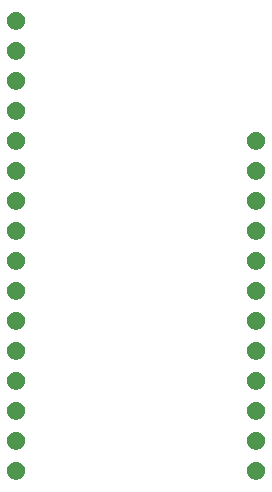
<source format=gbr>
G04 #@! TF.GenerationSoftware,KiCad,Pcbnew,(5.0.2)-1*
G04 #@! TF.CreationDate,2019-04-15T21:18:57-07:00*
G04 #@! TF.ProjectId,D52M Feather Wing,4435324d-2046-4656-9174-686572205769,rev?*
G04 #@! TF.SameCoordinates,Original*
G04 #@! TF.FileFunction,Soldermask,Bot*
G04 #@! TF.FilePolarity,Negative*
%FSLAX46Y46*%
G04 Gerber Fmt 4.6, Leading zero omitted, Abs format (unit mm)*
G04 Created by KiCad (PCBNEW (5.0.2)-1) date 2019-04-15 9:18:57 PM*
%MOMM*%
%LPD*%
G01*
G04 APERTURE LIST*
%ADD10C,0.100000*%
G04 APERTURE END LIST*
D10*
G36*
X10333195Y3282478D02*
X10382267Y3272717D01*
X10520942Y3215276D01*
X10645750Y3131882D01*
X10751882Y3025750D01*
X10835276Y2900942D01*
X10892717Y2762266D01*
X10922000Y2615052D01*
X10922000Y2464948D01*
X10892717Y2317734D01*
X10835276Y2179058D01*
X10751882Y2054250D01*
X10645750Y1948118D01*
X10645747Y1948116D01*
X10520942Y1864724D01*
X10382267Y1807283D01*
X10333195Y1797522D01*
X10235052Y1778000D01*
X10084948Y1778000D01*
X9986805Y1797522D01*
X9937733Y1807283D01*
X9799058Y1864724D01*
X9674253Y1948116D01*
X9674250Y1948118D01*
X9568118Y2054250D01*
X9484724Y2179058D01*
X9427283Y2317734D01*
X9398000Y2464948D01*
X9398000Y2615052D01*
X9427283Y2762266D01*
X9484724Y2900942D01*
X9568118Y3025750D01*
X9674250Y3131882D01*
X9799058Y3215276D01*
X9937733Y3272717D01*
X9986805Y3282478D01*
X10084948Y3302000D01*
X10235052Y3302000D01*
X10333195Y3282478D01*
X10333195Y3282478D01*
G37*
G36*
X-9986805Y3282478D02*
X-9937733Y3272717D01*
X-9799058Y3215276D01*
X-9674250Y3131882D01*
X-9568118Y3025750D01*
X-9484724Y2900942D01*
X-9427283Y2762266D01*
X-9398000Y2615052D01*
X-9398000Y2464948D01*
X-9427283Y2317734D01*
X-9484724Y2179058D01*
X-9568118Y2054250D01*
X-9674250Y1948118D01*
X-9674253Y1948116D01*
X-9799058Y1864724D01*
X-9937733Y1807283D01*
X-9986805Y1797522D01*
X-10084948Y1778000D01*
X-10235052Y1778000D01*
X-10333195Y1797522D01*
X-10382267Y1807283D01*
X-10520942Y1864724D01*
X-10645747Y1948116D01*
X-10645750Y1948118D01*
X-10751882Y2054250D01*
X-10835276Y2179058D01*
X-10892717Y2317734D01*
X-10922000Y2464948D01*
X-10922000Y2615052D01*
X-10892717Y2762266D01*
X-10835276Y2900942D01*
X-10751882Y3025750D01*
X-10645750Y3131882D01*
X-10520942Y3215276D01*
X-10382267Y3272717D01*
X-10333195Y3282478D01*
X-10235052Y3302000D01*
X-10084948Y3302000D01*
X-9986805Y3282478D01*
X-9986805Y3282478D01*
G37*
G36*
X-9986805Y5822478D02*
X-9937733Y5812717D01*
X-9799058Y5755276D01*
X-9674250Y5671882D01*
X-9568118Y5565750D01*
X-9484724Y5440942D01*
X-9427283Y5302266D01*
X-9398000Y5155052D01*
X-9398000Y5004948D01*
X-9427283Y4857734D01*
X-9484724Y4719058D01*
X-9568118Y4594250D01*
X-9674250Y4488118D01*
X-9674253Y4488116D01*
X-9799058Y4404724D01*
X-9937733Y4347283D01*
X-9986805Y4337522D01*
X-10084948Y4318000D01*
X-10235052Y4318000D01*
X-10333195Y4337522D01*
X-10382267Y4347283D01*
X-10520942Y4404724D01*
X-10645747Y4488116D01*
X-10645750Y4488118D01*
X-10751882Y4594250D01*
X-10835276Y4719058D01*
X-10892717Y4857734D01*
X-10922000Y5004948D01*
X-10922000Y5155052D01*
X-10892717Y5302266D01*
X-10835276Y5440942D01*
X-10751882Y5565750D01*
X-10645750Y5671882D01*
X-10520942Y5755276D01*
X-10382267Y5812717D01*
X-10333195Y5822478D01*
X-10235052Y5842000D01*
X-10084948Y5842000D01*
X-9986805Y5822478D01*
X-9986805Y5822478D01*
G37*
G36*
X10333195Y5822478D02*
X10382267Y5812717D01*
X10520942Y5755276D01*
X10645750Y5671882D01*
X10751882Y5565750D01*
X10835276Y5440942D01*
X10892717Y5302266D01*
X10922000Y5155052D01*
X10922000Y5004948D01*
X10892717Y4857734D01*
X10835276Y4719058D01*
X10751882Y4594250D01*
X10645750Y4488118D01*
X10645747Y4488116D01*
X10520942Y4404724D01*
X10382267Y4347283D01*
X10333195Y4337522D01*
X10235052Y4318000D01*
X10084948Y4318000D01*
X9986805Y4337522D01*
X9937733Y4347283D01*
X9799058Y4404724D01*
X9674253Y4488116D01*
X9674250Y4488118D01*
X9568118Y4594250D01*
X9484724Y4719058D01*
X9427283Y4857734D01*
X9398000Y5004948D01*
X9398000Y5155052D01*
X9427283Y5302266D01*
X9484724Y5440942D01*
X9568118Y5565750D01*
X9674250Y5671882D01*
X9799058Y5755276D01*
X9937733Y5812717D01*
X9986805Y5822478D01*
X10084948Y5842000D01*
X10235052Y5842000D01*
X10333195Y5822478D01*
X10333195Y5822478D01*
G37*
G36*
X10333195Y8362478D02*
X10382267Y8352717D01*
X10520942Y8295276D01*
X10645750Y8211882D01*
X10751882Y8105750D01*
X10835276Y7980942D01*
X10892717Y7842266D01*
X10922000Y7695052D01*
X10922000Y7544948D01*
X10892717Y7397734D01*
X10835276Y7259058D01*
X10751882Y7134250D01*
X10645750Y7028118D01*
X10645747Y7028116D01*
X10520942Y6944724D01*
X10382267Y6887283D01*
X10333195Y6877522D01*
X10235052Y6858000D01*
X10084948Y6858000D01*
X9986805Y6877522D01*
X9937733Y6887283D01*
X9799058Y6944724D01*
X9674253Y7028116D01*
X9674250Y7028118D01*
X9568118Y7134250D01*
X9484724Y7259058D01*
X9427283Y7397734D01*
X9398000Y7544948D01*
X9398000Y7695052D01*
X9427283Y7842266D01*
X9484724Y7980942D01*
X9568118Y8105750D01*
X9674250Y8211882D01*
X9799058Y8295276D01*
X9937733Y8352717D01*
X9986805Y8362478D01*
X10084948Y8382000D01*
X10235052Y8382000D01*
X10333195Y8362478D01*
X10333195Y8362478D01*
G37*
G36*
X-9986805Y8362478D02*
X-9937733Y8352717D01*
X-9799058Y8295276D01*
X-9674250Y8211882D01*
X-9568118Y8105750D01*
X-9484724Y7980942D01*
X-9427283Y7842266D01*
X-9398000Y7695052D01*
X-9398000Y7544948D01*
X-9427283Y7397734D01*
X-9484724Y7259058D01*
X-9568118Y7134250D01*
X-9674250Y7028118D01*
X-9674253Y7028116D01*
X-9799058Y6944724D01*
X-9937733Y6887283D01*
X-9986805Y6877522D01*
X-10084948Y6858000D01*
X-10235052Y6858000D01*
X-10333195Y6877522D01*
X-10382267Y6887283D01*
X-10520942Y6944724D01*
X-10645747Y7028116D01*
X-10645750Y7028118D01*
X-10751882Y7134250D01*
X-10835276Y7259058D01*
X-10892717Y7397734D01*
X-10922000Y7544948D01*
X-10922000Y7695052D01*
X-10892717Y7842266D01*
X-10835276Y7980942D01*
X-10751882Y8105750D01*
X-10645750Y8211882D01*
X-10520942Y8295276D01*
X-10382267Y8352717D01*
X-10333195Y8362478D01*
X-10235052Y8382000D01*
X-10084948Y8382000D01*
X-9986805Y8362478D01*
X-9986805Y8362478D01*
G37*
G36*
X10333195Y10902478D02*
X10382267Y10892717D01*
X10520942Y10835276D01*
X10645750Y10751882D01*
X10751882Y10645750D01*
X10835276Y10520942D01*
X10892717Y10382266D01*
X10922000Y10235052D01*
X10922000Y10084948D01*
X10892717Y9937734D01*
X10835276Y9799058D01*
X10751882Y9674250D01*
X10645750Y9568118D01*
X10645747Y9568116D01*
X10520942Y9484724D01*
X10382267Y9427283D01*
X10333195Y9417522D01*
X10235052Y9398000D01*
X10084948Y9398000D01*
X9986805Y9417522D01*
X9937733Y9427283D01*
X9799058Y9484724D01*
X9674253Y9568116D01*
X9674250Y9568118D01*
X9568118Y9674250D01*
X9484724Y9799058D01*
X9427283Y9937734D01*
X9398000Y10084948D01*
X9398000Y10235052D01*
X9427283Y10382266D01*
X9484724Y10520942D01*
X9568118Y10645750D01*
X9674250Y10751882D01*
X9799058Y10835276D01*
X9937733Y10892717D01*
X9986805Y10902478D01*
X10084948Y10922000D01*
X10235052Y10922000D01*
X10333195Y10902478D01*
X10333195Y10902478D01*
G37*
G36*
X-9986805Y10902478D02*
X-9937733Y10892717D01*
X-9799058Y10835276D01*
X-9674250Y10751882D01*
X-9568118Y10645750D01*
X-9484724Y10520942D01*
X-9427283Y10382266D01*
X-9398000Y10235052D01*
X-9398000Y10084948D01*
X-9427283Y9937734D01*
X-9484724Y9799058D01*
X-9568118Y9674250D01*
X-9674250Y9568118D01*
X-9674253Y9568116D01*
X-9799058Y9484724D01*
X-9937733Y9427283D01*
X-9986805Y9417522D01*
X-10084948Y9398000D01*
X-10235052Y9398000D01*
X-10333195Y9417522D01*
X-10382267Y9427283D01*
X-10520942Y9484724D01*
X-10645747Y9568116D01*
X-10645750Y9568118D01*
X-10751882Y9674250D01*
X-10835276Y9799058D01*
X-10892717Y9937734D01*
X-10922000Y10084948D01*
X-10922000Y10235052D01*
X-10892717Y10382266D01*
X-10835276Y10520942D01*
X-10751882Y10645750D01*
X-10645750Y10751882D01*
X-10520942Y10835276D01*
X-10382267Y10892717D01*
X-10333195Y10902478D01*
X-10235052Y10922000D01*
X-10084948Y10922000D01*
X-9986805Y10902478D01*
X-9986805Y10902478D01*
G37*
G36*
X-9986805Y13442478D02*
X-9937733Y13432717D01*
X-9799058Y13375276D01*
X-9674250Y13291882D01*
X-9568118Y13185750D01*
X-9484724Y13060942D01*
X-9427283Y12922266D01*
X-9398000Y12775052D01*
X-9398000Y12624948D01*
X-9427283Y12477734D01*
X-9484724Y12339058D01*
X-9568118Y12214250D01*
X-9674250Y12108118D01*
X-9674253Y12108116D01*
X-9799058Y12024724D01*
X-9937733Y11967283D01*
X-9986805Y11957522D01*
X-10084948Y11938000D01*
X-10235052Y11938000D01*
X-10333195Y11957522D01*
X-10382267Y11967283D01*
X-10520942Y12024724D01*
X-10645747Y12108116D01*
X-10645750Y12108118D01*
X-10751882Y12214250D01*
X-10835276Y12339058D01*
X-10892717Y12477734D01*
X-10922000Y12624948D01*
X-10922000Y12775052D01*
X-10892717Y12922266D01*
X-10835276Y13060942D01*
X-10751882Y13185750D01*
X-10645750Y13291882D01*
X-10520942Y13375276D01*
X-10382267Y13432717D01*
X-10333195Y13442478D01*
X-10235052Y13462000D01*
X-10084948Y13462000D01*
X-9986805Y13442478D01*
X-9986805Y13442478D01*
G37*
G36*
X10333195Y13442478D02*
X10382267Y13432717D01*
X10520942Y13375276D01*
X10645750Y13291882D01*
X10751882Y13185750D01*
X10835276Y13060942D01*
X10892717Y12922266D01*
X10922000Y12775052D01*
X10922000Y12624948D01*
X10892717Y12477734D01*
X10835276Y12339058D01*
X10751882Y12214250D01*
X10645750Y12108118D01*
X10645747Y12108116D01*
X10520942Y12024724D01*
X10382267Y11967283D01*
X10333195Y11957522D01*
X10235052Y11938000D01*
X10084948Y11938000D01*
X9986805Y11957522D01*
X9937733Y11967283D01*
X9799058Y12024724D01*
X9674253Y12108116D01*
X9674250Y12108118D01*
X9568118Y12214250D01*
X9484724Y12339058D01*
X9427283Y12477734D01*
X9398000Y12624948D01*
X9398000Y12775052D01*
X9427283Y12922266D01*
X9484724Y13060942D01*
X9568118Y13185750D01*
X9674250Y13291882D01*
X9799058Y13375276D01*
X9937733Y13432717D01*
X9986805Y13442478D01*
X10084948Y13462000D01*
X10235052Y13462000D01*
X10333195Y13442478D01*
X10333195Y13442478D01*
G37*
G36*
X-9986805Y15982478D02*
X-9937733Y15972717D01*
X-9799058Y15915276D01*
X-9674250Y15831882D01*
X-9568118Y15725750D01*
X-9484724Y15600942D01*
X-9427283Y15462266D01*
X-9398000Y15315052D01*
X-9398000Y15164948D01*
X-9427283Y15017734D01*
X-9484724Y14879058D01*
X-9568118Y14754250D01*
X-9674250Y14648118D01*
X-9674253Y14648116D01*
X-9799058Y14564724D01*
X-9937733Y14507283D01*
X-9986805Y14497522D01*
X-10084948Y14478000D01*
X-10235052Y14478000D01*
X-10333195Y14497522D01*
X-10382267Y14507283D01*
X-10520942Y14564724D01*
X-10645747Y14648116D01*
X-10645750Y14648118D01*
X-10751882Y14754250D01*
X-10835276Y14879058D01*
X-10892717Y15017734D01*
X-10922000Y15164948D01*
X-10922000Y15315052D01*
X-10892717Y15462266D01*
X-10835276Y15600942D01*
X-10751882Y15725750D01*
X-10645750Y15831882D01*
X-10520942Y15915276D01*
X-10382267Y15972717D01*
X-10333195Y15982478D01*
X-10235052Y16002000D01*
X-10084948Y16002000D01*
X-9986805Y15982478D01*
X-9986805Y15982478D01*
G37*
G36*
X10333195Y15982478D02*
X10382267Y15972717D01*
X10520942Y15915276D01*
X10645750Y15831882D01*
X10751882Y15725750D01*
X10835276Y15600942D01*
X10892717Y15462266D01*
X10922000Y15315052D01*
X10922000Y15164948D01*
X10892717Y15017734D01*
X10835276Y14879058D01*
X10751882Y14754250D01*
X10645750Y14648118D01*
X10645747Y14648116D01*
X10520942Y14564724D01*
X10382267Y14507283D01*
X10333195Y14497522D01*
X10235052Y14478000D01*
X10084948Y14478000D01*
X9986805Y14497522D01*
X9937733Y14507283D01*
X9799058Y14564724D01*
X9674253Y14648116D01*
X9674250Y14648118D01*
X9568118Y14754250D01*
X9484724Y14879058D01*
X9427283Y15017734D01*
X9398000Y15164948D01*
X9398000Y15315052D01*
X9427283Y15462266D01*
X9484724Y15600942D01*
X9568118Y15725750D01*
X9674250Y15831882D01*
X9799058Y15915276D01*
X9937733Y15972717D01*
X9986805Y15982478D01*
X10084948Y16002000D01*
X10235052Y16002000D01*
X10333195Y15982478D01*
X10333195Y15982478D01*
G37*
G36*
X10333195Y18522478D02*
X10382267Y18512717D01*
X10520942Y18455276D01*
X10645750Y18371882D01*
X10751882Y18265750D01*
X10835276Y18140942D01*
X10892717Y18002266D01*
X10922000Y17855052D01*
X10922000Y17704948D01*
X10892717Y17557734D01*
X10835276Y17419058D01*
X10751882Y17294250D01*
X10645750Y17188118D01*
X10645747Y17188116D01*
X10520942Y17104724D01*
X10382267Y17047283D01*
X10333195Y17037522D01*
X10235052Y17018000D01*
X10084948Y17018000D01*
X9986805Y17037522D01*
X9937733Y17047283D01*
X9799058Y17104724D01*
X9674253Y17188116D01*
X9674250Y17188118D01*
X9568118Y17294250D01*
X9484724Y17419058D01*
X9427283Y17557734D01*
X9398000Y17704948D01*
X9398000Y17855052D01*
X9427283Y18002266D01*
X9484724Y18140942D01*
X9568118Y18265750D01*
X9674250Y18371882D01*
X9799058Y18455276D01*
X9937733Y18512717D01*
X9986805Y18522478D01*
X10084948Y18542000D01*
X10235052Y18542000D01*
X10333195Y18522478D01*
X10333195Y18522478D01*
G37*
G36*
X-9986805Y18522478D02*
X-9937733Y18512717D01*
X-9799058Y18455276D01*
X-9674250Y18371882D01*
X-9568118Y18265750D01*
X-9484724Y18140942D01*
X-9427283Y18002266D01*
X-9398000Y17855052D01*
X-9398000Y17704948D01*
X-9427283Y17557734D01*
X-9484724Y17419058D01*
X-9568118Y17294250D01*
X-9674250Y17188118D01*
X-9674253Y17188116D01*
X-9799058Y17104724D01*
X-9937733Y17047283D01*
X-9986805Y17037522D01*
X-10084948Y17018000D01*
X-10235052Y17018000D01*
X-10333195Y17037522D01*
X-10382267Y17047283D01*
X-10520942Y17104724D01*
X-10645747Y17188116D01*
X-10645750Y17188118D01*
X-10751882Y17294250D01*
X-10835276Y17419058D01*
X-10892717Y17557734D01*
X-10922000Y17704948D01*
X-10922000Y17855052D01*
X-10892717Y18002266D01*
X-10835276Y18140942D01*
X-10751882Y18265750D01*
X-10645750Y18371882D01*
X-10520942Y18455276D01*
X-10382267Y18512717D01*
X-10333195Y18522478D01*
X-10235052Y18542000D01*
X-10084948Y18542000D01*
X-9986805Y18522478D01*
X-9986805Y18522478D01*
G37*
G36*
X-9986805Y21062478D02*
X-9937733Y21052717D01*
X-9799058Y20995276D01*
X-9674250Y20911882D01*
X-9568118Y20805750D01*
X-9484724Y20680942D01*
X-9427283Y20542266D01*
X-9398000Y20395052D01*
X-9398000Y20244948D01*
X-9427283Y20097734D01*
X-9484724Y19959058D01*
X-9568118Y19834250D01*
X-9674250Y19728118D01*
X-9674253Y19728116D01*
X-9799058Y19644724D01*
X-9937733Y19587283D01*
X-9986805Y19577522D01*
X-10084948Y19558000D01*
X-10235052Y19558000D01*
X-10333195Y19577522D01*
X-10382267Y19587283D01*
X-10520942Y19644724D01*
X-10645747Y19728116D01*
X-10645750Y19728118D01*
X-10751882Y19834250D01*
X-10835276Y19959058D01*
X-10892717Y20097734D01*
X-10922000Y20244948D01*
X-10922000Y20395052D01*
X-10892717Y20542266D01*
X-10835276Y20680942D01*
X-10751882Y20805750D01*
X-10645750Y20911882D01*
X-10520942Y20995276D01*
X-10382267Y21052717D01*
X-10333195Y21062478D01*
X-10235052Y21082000D01*
X-10084948Y21082000D01*
X-9986805Y21062478D01*
X-9986805Y21062478D01*
G37*
G36*
X10333195Y21062478D02*
X10382267Y21052717D01*
X10520942Y20995276D01*
X10645750Y20911882D01*
X10751882Y20805750D01*
X10835276Y20680942D01*
X10892717Y20542266D01*
X10922000Y20395052D01*
X10922000Y20244948D01*
X10892717Y20097734D01*
X10835276Y19959058D01*
X10751882Y19834250D01*
X10645750Y19728118D01*
X10645747Y19728116D01*
X10520942Y19644724D01*
X10382267Y19587283D01*
X10333195Y19577522D01*
X10235052Y19558000D01*
X10084948Y19558000D01*
X9986805Y19577522D01*
X9937733Y19587283D01*
X9799058Y19644724D01*
X9674253Y19728116D01*
X9674250Y19728118D01*
X9568118Y19834250D01*
X9484724Y19959058D01*
X9427283Y20097734D01*
X9398000Y20244948D01*
X9398000Y20395052D01*
X9427283Y20542266D01*
X9484724Y20680942D01*
X9568118Y20805750D01*
X9674250Y20911882D01*
X9799058Y20995276D01*
X9937733Y21052717D01*
X9986805Y21062478D01*
X10084948Y21082000D01*
X10235052Y21082000D01*
X10333195Y21062478D01*
X10333195Y21062478D01*
G37*
G36*
X10333195Y23602478D02*
X10382267Y23592717D01*
X10520942Y23535276D01*
X10645750Y23451882D01*
X10751882Y23345750D01*
X10835276Y23220942D01*
X10892717Y23082266D01*
X10922000Y22935052D01*
X10922000Y22784948D01*
X10892717Y22637734D01*
X10835276Y22499058D01*
X10751882Y22374250D01*
X10645750Y22268118D01*
X10645747Y22268116D01*
X10520942Y22184724D01*
X10382267Y22127283D01*
X10333195Y22117522D01*
X10235052Y22098000D01*
X10084948Y22098000D01*
X9986805Y22117522D01*
X9937733Y22127283D01*
X9799058Y22184724D01*
X9674253Y22268116D01*
X9674250Y22268118D01*
X9568118Y22374250D01*
X9484724Y22499058D01*
X9427283Y22637734D01*
X9398000Y22784948D01*
X9398000Y22935052D01*
X9427283Y23082266D01*
X9484724Y23220942D01*
X9568118Y23345750D01*
X9674250Y23451882D01*
X9799058Y23535276D01*
X9937733Y23592717D01*
X9986805Y23602478D01*
X10084948Y23622000D01*
X10235052Y23622000D01*
X10333195Y23602478D01*
X10333195Y23602478D01*
G37*
G36*
X-9986805Y23602478D02*
X-9937733Y23592717D01*
X-9799058Y23535276D01*
X-9674250Y23451882D01*
X-9568118Y23345750D01*
X-9484724Y23220942D01*
X-9427283Y23082266D01*
X-9398000Y22935052D01*
X-9398000Y22784948D01*
X-9427283Y22637734D01*
X-9484724Y22499058D01*
X-9568118Y22374250D01*
X-9674250Y22268118D01*
X-9674253Y22268116D01*
X-9799058Y22184724D01*
X-9937733Y22127283D01*
X-9986805Y22117522D01*
X-10084948Y22098000D01*
X-10235052Y22098000D01*
X-10333195Y22117522D01*
X-10382267Y22127283D01*
X-10520942Y22184724D01*
X-10645747Y22268116D01*
X-10645750Y22268118D01*
X-10751882Y22374250D01*
X-10835276Y22499058D01*
X-10892717Y22637734D01*
X-10922000Y22784948D01*
X-10922000Y22935052D01*
X-10892717Y23082266D01*
X-10835276Y23220942D01*
X-10751882Y23345750D01*
X-10645750Y23451882D01*
X-10520942Y23535276D01*
X-10382267Y23592717D01*
X-10333195Y23602478D01*
X-10235052Y23622000D01*
X-10084948Y23622000D01*
X-9986805Y23602478D01*
X-9986805Y23602478D01*
G37*
G36*
X-9986805Y26142478D02*
X-9937733Y26132717D01*
X-9799058Y26075276D01*
X-9674250Y25991882D01*
X-9568118Y25885750D01*
X-9484724Y25760942D01*
X-9427283Y25622266D01*
X-9398000Y25475052D01*
X-9398000Y25324948D01*
X-9427283Y25177734D01*
X-9484724Y25039058D01*
X-9568118Y24914250D01*
X-9674250Y24808118D01*
X-9674253Y24808116D01*
X-9799058Y24724724D01*
X-9937733Y24667283D01*
X-9986805Y24657522D01*
X-10084948Y24638000D01*
X-10235052Y24638000D01*
X-10333195Y24657522D01*
X-10382267Y24667283D01*
X-10520942Y24724724D01*
X-10645747Y24808116D01*
X-10645750Y24808118D01*
X-10751882Y24914250D01*
X-10835276Y25039058D01*
X-10892717Y25177734D01*
X-10922000Y25324948D01*
X-10922000Y25475052D01*
X-10892717Y25622266D01*
X-10835276Y25760942D01*
X-10751882Y25885750D01*
X-10645750Y25991882D01*
X-10520942Y26075276D01*
X-10382267Y26132717D01*
X-10333195Y26142478D01*
X-10235052Y26162000D01*
X-10084948Y26162000D01*
X-9986805Y26142478D01*
X-9986805Y26142478D01*
G37*
G36*
X10333195Y26142478D02*
X10382267Y26132717D01*
X10520942Y26075276D01*
X10645750Y25991882D01*
X10751882Y25885750D01*
X10835276Y25760942D01*
X10892717Y25622266D01*
X10922000Y25475052D01*
X10922000Y25324948D01*
X10892717Y25177734D01*
X10835276Y25039058D01*
X10751882Y24914250D01*
X10645750Y24808118D01*
X10645747Y24808116D01*
X10520942Y24724724D01*
X10382267Y24667283D01*
X10333195Y24657522D01*
X10235052Y24638000D01*
X10084948Y24638000D01*
X9986805Y24657522D01*
X9937733Y24667283D01*
X9799058Y24724724D01*
X9674253Y24808116D01*
X9674250Y24808118D01*
X9568118Y24914250D01*
X9484724Y25039058D01*
X9427283Y25177734D01*
X9398000Y25324948D01*
X9398000Y25475052D01*
X9427283Y25622266D01*
X9484724Y25760942D01*
X9568118Y25885750D01*
X9674250Y25991882D01*
X9799058Y26075276D01*
X9937733Y26132717D01*
X9986805Y26142478D01*
X10084948Y26162000D01*
X10235052Y26162000D01*
X10333195Y26142478D01*
X10333195Y26142478D01*
G37*
G36*
X-9986805Y28682478D02*
X-9937733Y28672717D01*
X-9799058Y28615276D01*
X-9674250Y28531882D01*
X-9568118Y28425750D01*
X-9484724Y28300942D01*
X-9427283Y28162266D01*
X-9398000Y28015052D01*
X-9398000Y27864948D01*
X-9427283Y27717734D01*
X-9484724Y27579058D01*
X-9568118Y27454250D01*
X-9674250Y27348118D01*
X-9674253Y27348116D01*
X-9799058Y27264724D01*
X-9937733Y27207283D01*
X-9986805Y27197522D01*
X-10084948Y27178000D01*
X-10235052Y27178000D01*
X-10333195Y27197522D01*
X-10382267Y27207283D01*
X-10520942Y27264724D01*
X-10645747Y27348116D01*
X-10645750Y27348118D01*
X-10751882Y27454250D01*
X-10835276Y27579058D01*
X-10892717Y27717734D01*
X-10922000Y27864948D01*
X-10922000Y28015052D01*
X-10892717Y28162266D01*
X-10835276Y28300942D01*
X-10751882Y28425750D01*
X-10645750Y28531882D01*
X-10520942Y28615276D01*
X-10382267Y28672717D01*
X-10333195Y28682478D01*
X-10235052Y28702000D01*
X-10084948Y28702000D01*
X-9986805Y28682478D01*
X-9986805Y28682478D01*
G37*
G36*
X10333195Y28682478D02*
X10382267Y28672717D01*
X10520942Y28615276D01*
X10645750Y28531882D01*
X10751882Y28425750D01*
X10835276Y28300942D01*
X10892717Y28162266D01*
X10922000Y28015052D01*
X10922000Y27864948D01*
X10892717Y27717734D01*
X10835276Y27579058D01*
X10751882Y27454250D01*
X10645750Y27348118D01*
X10645747Y27348116D01*
X10520942Y27264724D01*
X10382267Y27207283D01*
X10333195Y27197522D01*
X10235052Y27178000D01*
X10084948Y27178000D01*
X9986805Y27197522D01*
X9937733Y27207283D01*
X9799058Y27264724D01*
X9674253Y27348116D01*
X9674250Y27348118D01*
X9568118Y27454250D01*
X9484724Y27579058D01*
X9427283Y27717734D01*
X9398000Y27864948D01*
X9398000Y28015052D01*
X9427283Y28162266D01*
X9484724Y28300942D01*
X9568118Y28425750D01*
X9674250Y28531882D01*
X9799058Y28615276D01*
X9937733Y28672717D01*
X9986805Y28682478D01*
X10084948Y28702000D01*
X10235052Y28702000D01*
X10333195Y28682478D01*
X10333195Y28682478D01*
G37*
G36*
X10333195Y31222478D02*
X10382267Y31212717D01*
X10520942Y31155276D01*
X10645750Y31071882D01*
X10751882Y30965750D01*
X10835276Y30840942D01*
X10892717Y30702266D01*
X10922000Y30555052D01*
X10922000Y30404948D01*
X10892717Y30257734D01*
X10835276Y30119058D01*
X10751882Y29994250D01*
X10645750Y29888118D01*
X10645747Y29888116D01*
X10520942Y29804724D01*
X10382267Y29747283D01*
X10333195Y29737522D01*
X10235052Y29718000D01*
X10084948Y29718000D01*
X9986805Y29737522D01*
X9937733Y29747283D01*
X9799058Y29804724D01*
X9674253Y29888116D01*
X9674250Y29888118D01*
X9568118Y29994250D01*
X9484724Y30119058D01*
X9427283Y30257734D01*
X9398000Y30404948D01*
X9398000Y30555052D01*
X9427283Y30702266D01*
X9484724Y30840942D01*
X9568118Y30965750D01*
X9674250Y31071882D01*
X9799058Y31155276D01*
X9937733Y31212717D01*
X9986805Y31222478D01*
X10084948Y31242000D01*
X10235052Y31242000D01*
X10333195Y31222478D01*
X10333195Y31222478D01*
G37*
G36*
X-9986805Y31222478D02*
X-9937733Y31212717D01*
X-9799058Y31155276D01*
X-9674250Y31071882D01*
X-9568118Y30965750D01*
X-9484724Y30840942D01*
X-9427283Y30702266D01*
X-9398000Y30555052D01*
X-9398000Y30404948D01*
X-9427283Y30257734D01*
X-9484724Y30119058D01*
X-9568118Y29994250D01*
X-9674250Y29888118D01*
X-9674253Y29888116D01*
X-9799058Y29804724D01*
X-9937733Y29747283D01*
X-9986805Y29737522D01*
X-10084948Y29718000D01*
X-10235052Y29718000D01*
X-10333195Y29737522D01*
X-10382267Y29747283D01*
X-10520942Y29804724D01*
X-10645747Y29888116D01*
X-10645750Y29888118D01*
X-10751882Y29994250D01*
X-10835276Y30119058D01*
X-10892717Y30257734D01*
X-10922000Y30404948D01*
X-10922000Y30555052D01*
X-10892717Y30702266D01*
X-10835276Y30840942D01*
X-10751882Y30965750D01*
X-10645750Y31071882D01*
X-10520942Y31155276D01*
X-10382267Y31212717D01*
X-10333195Y31222478D01*
X-10235052Y31242000D01*
X-10084948Y31242000D01*
X-9986805Y31222478D01*
X-9986805Y31222478D01*
G37*
G36*
X-9986805Y33762478D02*
X-9937733Y33752717D01*
X-9799058Y33695276D01*
X-9674250Y33611882D01*
X-9568118Y33505750D01*
X-9484724Y33380942D01*
X-9427283Y33242266D01*
X-9398000Y33095052D01*
X-9398000Y32944948D01*
X-9427283Y32797734D01*
X-9484724Y32659058D01*
X-9568118Y32534250D01*
X-9674250Y32428118D01*
X-9674253Y32428116D01*
X-9799058Y32344724D01*
X-9937733Y32287283D01*
X-9986805Y32277522D01*
X-10084948Y32258000D01*
X-10235052Y32258000D01*
X-10333195Y32277522D01*
X-10382267Y32287283D01*
X-10520942Y32344724D01*
X-10645747Y32428116D01*
X-10645750Y32428118D01*
X-10751882Y32534250D01*
X-10835276Y32659058D01*
X-10892717Y32797734D01*
X-10922000Y32944948D01*
X-10922000Y33095052D01*
X-10892717Y33242266D01*
X-10835276Y33380942D01*
X-10751882Y33505750D01*
X-10645750Y33611882D01*
X-10520942Y33695276D01*
X-10382267Y33752717D01*
X-10333195Y33762478D01*
X-10235052Y33782000D01*
X-10084948Y33782000D01*
X-9986805Y33762478D01*
X-9986805Y33762478D01*
G37*
G36*
X-9986805Y36302478D02*
X-9937733Y36292717D01*
X-9799058Y36235276D01*
X-9674250Y36151882D01*
X-9568118Y36045750D01*
X-9484724Y35920942D01*
X-9427283Y35782266D01*
X-9398000Y35635052D01*
X-9398000Y35484948D01*
X-9427283Y35337734D01*
X-9484724Y35199058D01*
X-9568118Y35074250D01*
X-9674250Y34968118D01*
X-9674253Y34968116D01*
X-9799058Y34884724D01*
X-9937733Y34827283D01*
X-9986805Y34817522D01*
X-10084948Y34798000D01*
X-10235052Y34798000D01*
X-10333195Y34817522D01*
X-10382267Y34827283D01*
X-10520942Y34884724D01*
X-10645747Y34968116D01*
X-10645750Y34968118D01*
X-10751882Y35074250D01*
X-10835276Y35199058D01*
X-10892717Y35337734D01*
X-10922000Y35484948D01*
X-10922000Y35635052D01*
X-10892717Y35782266D01*
X-10835276Y35920942D01*
X-10751882Y36045750D01*
X-10645750Y36151882D01*
X-10520942Y36235276D01*
X-10382267Y36292717D01*
X-10333195Y36302478D01*
X-10235052Y36322000D01*
X-10084948Y36322000D01*
X-9986805Y36302478D01*
X-9986805Y36302478D01*
G37*
G36*
X-9986805Y38842478D02*
X-9937733Y38832717D01*
X-9799058Y38775276D01*
X-9674250Y38691882D01*
X-9568118Y38585750D01*
X-9484724Y38460942D01*
X-9427283Y38322266D01*
X-9398000Y38175052D01*
X-9398000Y38024948D01*
X-9427283Y37877734D01*
X-9484724Y37739058D01*
X-9568118Y37614250D01*
X-9674250Y37508118D01*
X-9674253Y37508116D01*
X-9799058Y37424724D01*
X-9937733Y37367283D01*
X-9986805Y37357522D01*
X-10084948Y37338000D01*
X-10235052Y37338000D01*
X-10333195Y37357522D01*
X-10382267Y37367283D01*
X-10520942Y37424724D01*
X-10645747Y37508116D01*
X-10645750Y37508118D01*
X-10751882Y37614250D01*
X-10835276Y37739058D01*
X-10892717Y37877734D01*
X-10922000Y38024948D01*
X-10922000Y38175052D01*
X-10892717Y38322266D01*
X-10835276Y38460942D01*
X-10751882Y38585750D01*
X-10645750Y38691882D01*
X-10520942Y38775276D01*
X-10382267Y38832717D01*
X-10333195Y38842478D01*
X-10235052Y38862000D01*
X-10084948Y38862000D01*
X-9986805Y38842478D01*
X-9986805Y38842478D01*
G37*
G36*
X-9986805Y41382478D02*
X-9937733Y41372717D01*
X-9799058Y41315276D01*
X-9674250Y41231882D01*
X-9568118Y41125750D01*
X-9484724Y41000942D01*
X-9427283Y40862266D01*
X-9398000Y40715052D01*
X-9398000Y40564948D01*
X-9427283Y40417734D01*
X-9484724Y40279058D01*
X-9568118Y40154250D01*
X-9674250Y40048118D01*
X-9674253Y40048116D01*
X-9799058Y39964724D01*
X-9937733Y39907283D01*
X-9986805Y39897522D01*
X-10084948Y39878000D01*
X-10235052Y39878000D01*
X-10333195Y39897522D01*
X-10382267Y39907283D01*
X-10520942Y39964724D01*
X-10645747Y40048116D01*
X-10645750Y40048118D01*
X-10751882Y40154250D01*
X-10835276Y40279058D01*
X-10892717Y40417734D01*
X-10922000Y40564948D01*
X-10922000Y40715052D01*
X-10892717Y40862266D01*
X-10835276Y41000942D01*
X-10751882Y41125750D01*
X-10645750Y41231882D01*
X-10520942Y41315276D01*
X-10382267Y41372717D01*
X-10333195Y41382478D01*
X-10235052Y41402000D01*
X-10084948Y41402000D01*
X-9986805Y41382478D01*
X-9986805Y41382478D01*
G37*
M02*

</source>
